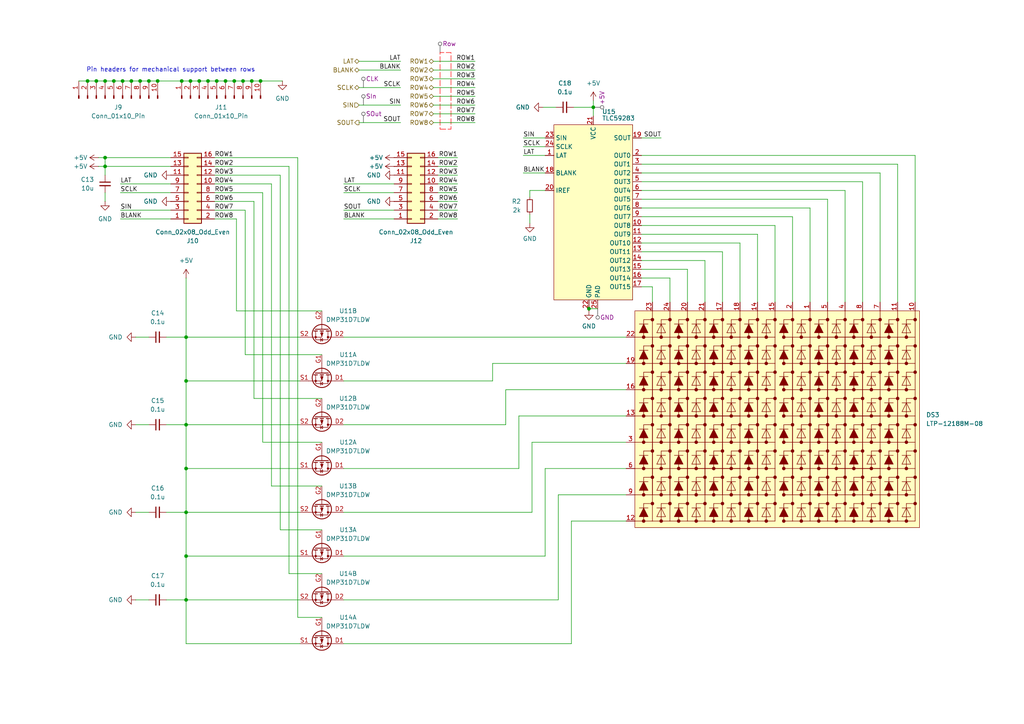
<source format=kicad_sch>
(kicad_sch (version 20250114) (generator "eeschema") (generator_version "9.0")
  (paper "A4")
  (lib_symbols
    (symbol "Connector:Conn_01x10_Pin" (pin_names (offset 1.016) (hide yes))
      (property "Reference" "J" (at 0 12.7 0))
      (property "Value" "Conn_01x10_Pin" (at 0 -15.24 0))
      (symbol "Conn_01x10_Pin_1_1"
        (pin passive line (at 5.08 10.16 180) (length 3.81) (name "Pin_1") (number "1"))
        (pin passive line (at 5.08 7.62 180) (length 3.81) (name "Pin_2") (number "2"))
        (pin passive line (at 5.08 5.08 180) (length 3.81) (name "Pin_3") (number "3"))
        (pin passive line (at 5.08 2.54 180) (length 3.81) (name "Pin_4") (number "4"))
        (pin passive line (at 5.08 0 180) (length 3.81) (name "Pin_5") (number "5"))
        (pin passive line (at 5.08 -2.54 180) (length 3.81) (name "Pin_6") (number "6"))
        (pin passive line (at 5.08 -5.08 180) (length 3.81) (name "Pin_7") (number "7"))
        (pin passive line (at 5.08 -7.62 180) (length 3.81) (name "Pin_8") (number "8"))
        (pin passive line (at 5.08 -10.16 180) (length 3.81) (name "Pin_9") (number "9"))
        (pin passive line (at 5.08 -12.7 180) (length 3.81) (name "Pin_10") (number "10"))
      )
    )
    (symbol "Connector_Generic:Conn_02x08_Odd_Even" (pin_names (offset 1.016) (hide yes))
      (property "Reference" "J" (at 1.27 10.16 0))
      (property "Value" "Conn_02x08_Odd_Even" (at 1.27 -12.7 0))
      (symbol "Conn_02x08_Odd_Even_1_1"
        (pin passive line (at -5.08 7.62 0) (length 3.81) (name "Pin_1") (number "1"))
        (pin passive line (at -5.08 5.08 0) (length 3.81) (name "Pin_3") (number "3"))
        (pin passive line (at -5.08 2.54 0) (length 3.81) (name "Pin_5") (number "5"))
        (pin passive line (at -5.08 0 0) (length 3.81) (name "Pin_7") (number "7"))
        (pin passive line (at -5.08 -2.54 0) (length 3.81) (name "Pin_9") (number "9"))
        (pin passive line (at -5.08 -5.08 0) (length 3.81) (name "Pin_11") (number "11"))
        (pin passive line (at -5.08 -7.62 0) (length 3.81) (name "Pin_13") (number "13"))
        (pin passive line (at -5.08 -10.16 0) (length 3.81) (name "Pin_15") (number "15"))
        (pin passive line (at 7.62 7.62 180) (length 3.81) (name "Pin_2") (number "2"))
        (pin passive line (at 7.62 5.08 180) (length 3.81) (name "Pin_4") (number "4"))
        (pin passive line (at 7.62 2.54 180) (length 3.81) (name "Pin_6") (number "6"))
        (pin passive line (at 7.62 0 180) (length 3.81) (name "Pin_8") (number "8"))
        (pin passive line (at 7.62 -2.54 180) (length 3.81) (name "Pin_10") (number "10"))
        (pin passive line (at 7.62 -5.08 180) (length 3.81) (name "Pin_12") (number "12"))
        (pin passive line (at 7.62 -7.62 180) (length 3.81) (name "Pin_14") (number "14"))
        (pin passive line (at 7.62 -10.16 180) (length 3.81) (name "Pin_16") (number "16"))
      )
    )
    (symbol "Device:C_Small" (pin_numbers (hide yes)) (pin_names (offset 0.254) (hide yes))
      (property "Reference" "C" (at 0.254 1.778 0))
      (property "Value" "C_Small" (at 0.254 -2.032 0))
      (symbol "C_Small_1_1"
        (pin passive line (at 0 2.54 270) (length 2.032) (name "~") (number "1"))
        (pin passive line (at 0 -2.54 90) (length 2.032) (name "~") (number "2"))
      )
    )
    (symbol "Device:R_Small" (pin_numbers (hide yes)) (pin_names (offset 0.254) (hide yes))
      (property "Reference" "R" (at 0 0 90))
      (property "Value" "R_Small" (at 1.778 0 90))
      (symbol "R_Small_1_1"
        (pin passive line (at 0 2.54 270) (length 0.762) (name "~") (number "1"))
        (pin passive line (at 0 -2.54 90) (length 0.762) (name "~") (number "2"))
      )
    )
    (symbol "ledmat8x16:DMP31D7LDW"
      (property "Reference" "U" (at 9.652 2.794 0))
      (property "Value" "DMP31D7LDW" (at 15.24 -3.556 0))
      (symbol "DMP31D7LDW_1_1"
        (pin passive line (at 0 0 0) (length 2.54) (name "") (number "G1"))
        (pin passive line (at 7.62 6.35 270) (length 2.54) (name "") (number "D1"))
        (pin passive line (at 7.62 -6.35 90) (length 2.54) (name "") (number "S1"))
      )
      (symbol "DMP31D7LDW_2_1"
        (pin passive line (at 0 0 0) (length 2.54) (name "") (number "G2"))
        (pin passive line (at 7.62 6.35 270) (length 2.54) (name "") (number "D2"))
        (pin passive line (at 7.62 -6.35 90) (length 2.54) (name "") (number "S2"))
      )
    )
    (symbol "ledmat8x16:LTP-12188M-08" (pin_names (offset 1.016))
      (property "Reference" "DS" (at -51.054 -1.524 0))
      (property "Value" "LTP-12188M-08" (at -51.054 -68.326 0))
      (symbol "LTP-12188M-08_1_1"
        (pin passive line (at -53.34 -10.16 0) (length 2.54) (name "") (number "22"))
        (pin passive line (at -53.34 -17.78 0) (length 2.54) (name "") (number "19"))
        (pin passive line (at -53.34 -25.4 0) (length 2.54) (name "") (number "16"))
        (pin passive line (at -53.34 -33.02 0) (length 2.54) (name "") (number "13"))
        (pin passive line (at -53.34 -40.64 0) (length 2.54) (name "") (number "3"))
        (pin passive line (at -53.34 -48.26 0) (length 2.54) (name "") (number "6"))
        (pin passive line (at -53.34 -55.88 0) (length 2.54) (name "") (number "9"))
        (pin passive line (at -53.34 -63.5 0) (length 2.54) (name "") (number "12"))
        (pin passive line (at -45.72 0 270) (length 2.54) (name "") (number "23"))
        (pin passive line (at -40.64 0 270) (length 2.54) (name "") (number "24"))
        (pin passive line (at -35.56 0 270) (length 2.54) (name "") (number "20"))
        (pin passive line (at -30.48 0 270) (length 2.54) (name "") (number "21"))
        (pin passive line (at -25.4 0 270) (length 2.54) (name "") (number "17"))
        (pin passive line (at -20.32 0 270) (length 2.54) (name "") (number "18"))
        (pin passive line (at -15.24 0 270) (length 2.54) (name "") (number "14"))
        (pin passive line (at -10.16 0 270) (length 2.54) (name "") (number "15"))
        (pin passive line (at -5.08 0 270) (length 2.54) (name "") (number "2"))
        (pin passive line (at 0 0 270) (length 2.54) (name "") (number "1"))
        (pin passive line (at 5.08 0 270) (length 2.54) (name "") (number "5"))
        (pin passive line (at 10.16 0 270) (length 2.54) (name "") (number "4"))
        (pin passive line (at 15.24 0 270) (length 2.54) (name "") (number "8"))
        (pin passive line (at 20.32 0 270) (length 2.54) (name "") (number "7"))
        (pin passive line (at 25.4 0 270) (length 2.54) (name "") (number "11"))
        (pin passive line (at 30.48 0 270) (length 2.54) (name "") (number "10"))
      )
    )
    (symbol "ledmat8x16:TLC59283"
      (property "Reference" "U" (at 2.794 10.414 0))
      (property "Value" "TLC59283" (at 0 0 0))
      (symbol "TLC59283_1_1"
        (pin input line (at 0 5.08 0) (length 2.54) (name "SIN") (number "23"))
        (pin input line (at 0 2.54 0) (length 2.54) (name "SCLK") (number "24"))
        (pin input line (at 0 0 0) (length 2.54) (name "LAT") (number "1"))
        (pin input line (at 0 -5.08 0) (length 2.54) (name "BLANK") (number "18"))
        (pin input line (at 0 -10.16 0) (length 2.54) (name "IREF") (number "20"))
        (pin power_in line (at 12.7 -44.45 90) (length 2.54) (name "GND") (number "22"))
        (pin power_in line (at 13.97 11.43 270) (length 2.54) (name "VCC") (number "21"))
        (pin power_in line (at 15.24 -44.45 90) (length 2.54) (name "PAD") (number "25"))
        (pin input line (at 27.94 5.08 180) (length 2.54) (name "SOUT") (number "19"))
        (pin input line (at 27.94 0 180) (length 2.54) (name "OUT0") (number "2"))
        (pin input line (at 27.94 -2.54 180) (length 2.54) (name "OUT1") (number "3"))
        (pin input line (at 27.94 -5.08 180) (length 2.54) (name "OUT2") (number "4"))
        (pin input line (at 27.94 -7.62 180) (length 2.54) (name "OUT3") (number "5"))
        (pin input line (at 27.94 -10.16 180) (length 2.54) (name "OUT4") (number "6"))
        (pin input line (at 27.94 -12.7 180) (length 2.54) (name "OUT5") (number "7"))
        (pin input line (at 27.94 -15.24 180) (length 2.54) (name "OUT6") (number "8"))
        (pin input line (at 27.94 -17.78 180) (length 2.54) (name "OUT7") (number "9"))
        (pin input line (at 27.94 -20.32 180) (length 2.54) (name "OUT8") (number "10"))
        (pin input line (at 27.94 -22.86 180) (length 2.54) (name "OUT9") (number "11"))
        (pin input line (at 27.94 -25.4 180) (length 2.54) (name "OUT10") (number "12"))
        (pin input line (at 27.94 -27.94 180) (length 2.54) (name "OUT11") (number "13"))
        (pin input line (at 27.94 -30.48 180) (length 2.54) (name "OUT12") (number "14"))
        (pin input line (at 27.94 -33.02 180) (length 2.54) (name "OUT13") (number "15"))
        (pin input line (at 27.94 -35.56 180) (length 2.54) (name "OUT14") (number "16"))
        (pin input line (at 27.94 -38.1 180) (length 2.54) (name "OUT15") (number "17"))
      )
    )
    (symbol "power:+5V" (power) (pin_numbers (hide yes)) (pin_names (offset 0) (hide yes))
      (property "Value" "+5V" (at 0 3.556 0))
      (symbol "+5V_1_1"
        (pin power_in line (at 0 0 90) (length 0) (name "~") (number "1"))
      )
    )
    (symbol "power:GND" (power) (pin_numbers (hide yes)) (pin_names (offset 0) (hide yes))
      (property "Value" "GND" (at 0 -3.81 0))
      (symbol "GND_1_1"
        (pin power_in line (at 0 0 270) (length 0) (name "~") (number "1"))
      )
    )
  )
  (text "Pin headers for mechanical support between rows" (at 49.53 20.32 0) (effects (font (size 1.27 1.27))))
  (junction (at 30.48 23.495))
  (junction (at 70.485 23.495))
  (junction (at 53.975 148.59))
  (junction (at 172.085 31.115))
  (junction (at 170.815 89.535))
  (junction (at 45.72 23.495))
  (junction (at 25.4 23.495))
  (junction (at 62.865 23.495))
  (junction (at 53.975 135.89))
  (junction (at 55.245 23.495))
  (junction (at 53.975 173.99))
  (junction (at 30.48 48.26))
  (junction (at 75.565 23.495))
  (junction (at 53.975 161.29))
  (junction (at 57.785 23.495))
  (junction (at 35.56 23.495))
  (junction (at 52.705 23.495))
  (junction (at 38.1 23.495))
  (junction (at 43.18 23.495))
  (junction (at 53.975 123.19))
  (junction (at 73.025 23.495))
  (junction (at 53.975 110.49))
  (junction (at 65.405 23.495))
  (junction (at 40.64 23.495))
  (junction (at 30.48 45.72))
  (junction (at 60.325 23.495))
  (junction (at 67.945 23.495))
  (junction (at 33.02 23.495))
  (junction (at 53.975 97.79))
  (junction (at 27.94 23.495))
  (wire (pts (xy 137.795 17.78) (xy 125.73 17.78)))
  (wire (pts (xy 81.28 50.8) (xy 81.28 153.67)))
  (wire (pts (xy 137.795 25.4) (xy 125.73 25.4)))
  (wire (pts (xy 73.66 115.57) (xy 93.345 115.57)))
  (wire (pts (xy 146.685 113.03) (xy 181.61 113.03)))
  (wire (pts (xy 55.245 23.495) (xy 57.785 23.495)))
  (wire (pts (xy 250.19 52.705) (xy 186.055 52.705)))
  (wire (pts (xy 48.26 173.99) (xy 53.975 173.99)))
  (wire (pts (xy 30.48 48.26) (xy 49.53 48.26)))
  (wire (pts (xy 153.67 55.245) (xy 153.67 57.15)))
  (wire (pts (xy 30.48 58.42) (xy 30.48 55.88)))
  (wire (pts (xy 76.2 128.27) (xy 93.345 128.27)))
  (wire (pts (xy 151.765 45.085) (xy 158.115 45.085)))
  (wire (pts (xy 53.975 161.29) (xy 53.975 173.99)))
  (wire (pts (xy 86.36 179.07) (xy 93.345 179.07)))
  (wire (pts (xy 132.715 45.72) (xy 127 45.72)))
  (wire (pts (xy 132.715 58.42) (xy 127 58.42)))
  (wire (pts (xy 116.205 30.48) (xy 104.14 30.48)))
  (wire (pts (xy 43.18 23.495) (xy 45.72 23.495)))
  (wire (pts (xy 30.48 23.495) (xy 33.02 23.495)))
  (wire (pts (xy 194.31 80.645) (xy 186.055 80.645)))
  (wire (pts (xy 99.695 148.59) (xy 154.305 148.59)))
  (wire (pts (xy 62.23 50.8) (xy 81.28 50.8)))
  (wire (pts (xy 67.945 23.495) (xy 70.485 23.495)))
  (wire (pts (xy 39.37 148.59) (xy 43.18 148.59)))
  (wire (pts (xy 62.865 23.495) (xy 65.405 23.495)))
  (wire (pts (xy 99.695 123.19) (xy 146.685 123.19)))
  (wire (pts (xy 240.03 87.63) (xy 240.03 57.785)))
  (wire (pts (xy 78.74 53.34) (xy 62.23 53.34)))
  (wire (pts (xy 158.115 161.29) (xy 158.115 135.89)))
  (wire (pts (xy 186.055 45.085) (xy 265.43 45.085)))
  (wire (pts (xy 45.72 23.495) (xy 52.705 23.495)))
  (wire (pts (xy 194.31 87.63) (xy 194.31 80.645)))
  (wire (pts (xy 158.115 50.165) (xy 151.765 50.165)))
  (wire (pts (xy 99.695 97.79) (xy 181.61 97.79)))
  (wire (pts (xy 78.74 53.34) (xy 78.74 140.97)))
  (wire (pts (xy 40.64 23.495) (xy 43.18 23.495)))
  (wire (pts (xy 219.71 67.945) (xy 219.71 87.63)))
  (wire (pts (xy 151.765 40.005) (xy 158.115 40.005)))
  (wire (pts (xy 68.58 63.5) (xy 62.23 63.5)))
  (wire (pts (xy 154.305 128.27) (xy 181.61 128.27)))
  (wire (pts (xy 142.875 110.49) (xy 142.875 105.41)))
  (wire (pts (xy 114.3 60.96) (xy 99.695 60.96)))
  (wire (pts (xy 68.58 63.5) (xy 68.58 90.17)))
  (wire (pts (xy 137.795 33.02) (xy 125.73 33.02)))
  (wire (pts (xy 214.63 87.63) (xy 214.63 70.485)))
  (wire (pts (xy 224.79 87.63) (xy 224.79 65.405)))
  (wire (pts (xy 132.715 63.5) (xy 127 63.5)))
  (wire (pts (xy 172.085 31.115) (xy 172.085 33.655)))
  (wire (pts (xy 186.055 67.945) (xy 219.71 67.945)))
  (wire (pts (xy 53.975 123.19) (xy 53.975 135.89)))
  (wire (pts (xy 214.63 70.485) (xy 186.055 70.485)))
  (wire (pts (xy 132.715 48.26) (xy 127 48.26)))
  (wire (pts (xy 116.205 25.4) (xy 104.14 25.4)))
  (wire (pts (xy 189.23 83.185) (xy 189.23 87.63)))
  (wire (pts (xy 132.715 53.34) (xy 127 53.34)))
  (wire (pts (xy 57.785 23.495) (xy 60.325 23.495)))
  (wire (pts (xy 186.055 62.865) (xy 229.87 62.865)))
  (wire (pts (xy 114.3 53.34) (xy 99.695 53.34)))
  (wire (pts (xy 28.575 48.26) (xy 30.48 48.26)))
  (wire (pts (xy 234.95 60.325) (xy 234.95 87.63)))
  (wire (pts (xy 150.495 120.65) (xy 181.61 120.65)))
  (wire (pts (xy 53.975 80.645) (xy 53.975 97.79)))
  (wire (pts (xy 28.575 45.72) (xy 30.48 45.72)))
  (wire (pts (xy 154.305 148.59) (xy 154.305 128.27)))
  (wire (pts (xy 99.695 186.69) (xy 165.735 186.69)))
  (wire (pts (xy 62.23 55.88) (xy 76.2 55.88)))
  (wire (pts (xy 62.23 60.96) (xy 71.12 60.96)))
  (wire (pts (xy 53.975 173.99) (xy 86.995 173.99)))
  (wire (pts (xy 161.925 173.99) (xy 161.925 143.51)))
  (wire (pts (xy 191.77 40.005) (xy 186.055 40.005)))
  (wire (pts (xy 83.82 166.37) (xy 93.345 166.37)))
  (wire (pts (xy 53.975 97.79) (xy 86.995 97.79)))
  (wire (pts (xy 114.3 55.88) (xy 99.695 55.88)))
  (wire (pts (xy 186.055 78.105) (xy 199.39 78.105)))
  (wire (pts (xy 132.715 50.8) (xy 127 50.8)))
  (wire (pts (xy 150.495 135.89) (xy 150.495 120.65)))
  (wire (pts (xy 250.19 87.63) (xy 250.19 52.705)))
  (wire (pts (xy 53.975 123.19) (xy 86.995 123.19)))
  (wire (pts (xy 204.47 87.63) (xy 204.47 75.565)))
  (wire (pts (xy 245.11 55.245) (xy 245.11 87.63)))
  (wire (pts (xy 53.975 135.89) (xy 53.975 148.59)))
  (wire (pts (xy 204.47 75.565) (xy 186.055 75.565)))
  (wire (pts (xy 153.67 64.77) (xy 153.67 62.23)))
  (wire (pts (xy 53.975 135.89) (xy 86.995 135.89)))
  (wire (pts (xy 260.35 87.63) (xy 260.35 47.625)))
  (wire (pts (xy 27.94 23.495) (xy 30.48 23.495)))
  (wire (pts (xy 68.58 90.17) (xy 93.345 90.17)))
  (wire (pts (xy 99.695 161.29) (xy 158.115 161.29)))
  (wire (pts (xy 53.975 148.59) (xy 86.995 148.59)))
  (wire (pts (xy 137.795 20.32) (xy 125.73 20.32)))
  (wire (pts (xy 49.53 55.88) (xy 34.925 55.88)))
  (wire (pts (xy 76.2 55.88) (xy 76.2 128.27)))
  (wire (pts (xy 83.82 48.26) (xy 83.82 166.37)))
  (wire (pts (xy 186.055 60.325) (xy 234.95 60.325)))
  (wire (pts (xy 170.815 90.17) (xy 170.815 89.535)))
  (wire (pts (xy 146.685 123.19) (xy 146.685 113.03)))
  (wire (pts (xy 265.43 45.085) (xy 265.43 87.63)))
  (wire (pts (xy 132.715 60.96) (xy 127 60.96)))
  (wire (pts (xy 49.53 63.5) (xy 34.925 63.5)))
  (wire (pts (xy 116.205 20.32) (xy 104.14 20.32)))
  (wire (pts (xy 158.115 135.89) (xy 181.61 135.89)))
  (wire (pts (xy 60.325 23.495) (xy 62.865 23.495)))
  (wire (pts (xy 38.1 23.495) (xy 40.64 23.495)))
  (wire (pts (xy 53.975 97.79) (xy 53.975 110.49)))
  (wire (pts (xy 39.37 123.19) (xy 43.18 123.19)))
  (wire (pts (xy 73.66 58.42) (xy 73.66 115.57)))
  (wire (pts (xy 137.795 27.94) (xy 125.73 27.94)))
  (wire (pts (xy 158.115 55.245) (xy 153.67 55.245)))
  (wire (pts (xy 35.56 23.495) (xy 38.1 23.495)))
  (wire (pts (xy 132.715 55.88) (xy 127 55.88)))
  (wire (pts (xy 25.4 23.495) (xy 27.94 23.495)))
  (wire (pts (xy 186.055 73.025) (xy 209.55 73.025)))
  (wire (pts (xy 157.48 31.115) (xy 161.29 31.115)))
  (wire (pts (xy 73.025 23.495) (xy 75.565 23.495)))
  (wire (pts (xy 71.12 102.87) (xy 93.345 102.87)))
  (wire (pts (xy 48.26 123.19) (xy 53.975 123.19)))
  (wire (pts (xy 99.695 110.49) (xy 142.875 110.49)))
  (wire (pts (xy 53.975 173.99) (xy 53.975 186.69)))
  (wire (pts (xy 116.205 17.78) (xy 104.14 17.78)))
  (wire (pts (xy 224.79 65.405) (xy 186.055 65.405)))
  (wire (pts (xy 53.975 110.49) (xy 53.975 123.19)))
  (wire (pts (xy 86.36 45.72) (xy 86.36 179.07)))
  (wire (pts (xy 116.205 35.56) (xy 104.14 35.56)))
  (wire (pts (xy 71.12 60.96) (xy 71.12 102.87)))
  (wire (pts (xy 81.28 153.67) (xy 93.345 153.67)))
  (wire (pts (xy 62.23 45.72) (xy 86.36 45.72)))
  (wire (pts (xy 53.975 161.29) (xy 86.995 161.29)))
  (wire (pts (xy 255.27 50.165) (xy 255.27 87.63)))
  (wire (pts (xy 39.37 97.79) (xy 43.18 97.79)))
  (wire (pts (xy 30.48 45.72) (xy 30.48 48.26)))
  (wire (pts (xy 49.53 53.34) (xy 34.925 53.34)))
  (wire (pts (xy 39.37 173.99) (xy 43.18 173.99)))
  (wire (pts (xy 70.485 23.495) (xy 73.025 23.495)))
  (wire (pts (xy 151.765 42.545) (xy 158.115 42.545)))
  (wire (pts (xy 78.74 140.97) (xy 93.345 140.97)))
  (wire (pts (xy 137.795 35.56) (xy 125.73 35.56)))
  (wire (pts (xy 73.66 58.42) (xy 62.23 58.42)))
  (wire (pts (xy 30.48 50.8) (xy 30.48 48.26)))
  (wire (pts (xy 49.53 60.96) (xy 34.925 60.96)))
  (wire (pts (xy 33.02 23.495) (xy 35.56 23.495)))
  (wire (pts (xy 260.35 47.625) (xy 186.055 47.625)))
  (wire (pts (xy 114.3 63.5) (xy 99.695 63.5)))
  (wire (pts (xy 229.87 62.865) (xy 229.87 87.63)))
  (wire (pts (xy 186.055 50.165) (xy 255.27 50.165)))
  (wire (pts (xy 65.405 23.495) (xy 67.945 23.495)))
  (wire (pts (xy 137.795 30.48) (xy 125.73 30.48)))
  (wire (pts (xy 209.55 73.025) (xy 209.55 87.63)))
  (wire (pts (xy 83.82 48.26) (xy 62.23 48.26)))
  (wire (pts (xy 30.48 45.72) (xy 49.53 45.72)))
  (wire (pts (xy 199.39 78.105) (xy 199.39 87.63)))
  (wire (pts (xy 53.975 148.59) (xy 53.975 161.29)))
  (wire (pts (xy 48.26 97.79) (xy 53.975 97.79)))
  (wire (pts (xy 48.26 148.59) (xy 53.975 148.59)))
  (wire (pts (xy 170.815 89.535) (xy 173.355 89.535)))
  (wire (pts (xy 240.03 57.785) (xy 186.055 57.785)))
  (wire (pts (xy 161.925 143.51) (xy 181.61 143.51)))
  (wire (pts (xy 137.795 22.86) (xy 125.73 22.86)))
  (wire (pts (xy 142.875 105.41) (xy 181.61 105.41)))
  (wire (pts (xy 22.86 23.495) (xy 25.4 23.495)))
  (wire (pts (xy 172.085 29.21) (xy 172.085 31.115)))
  (wire (pts (xy 53.975 110.49) (xy 86.995 110.49)))
  (wire (pts (xy 165.735 186.69) (xy 165.735 151.13)))
  (wire (pts (xy 166.37 31.115) (xy 172.085 31.115)))
  (wire (pts (xy 99.695 173.99) (xy 161.925 173.99)))
  (wire (pts (xy 81.915 23.495) (xy 75.565 23.495)))
  (wire (pts (xy 99.695 135.89) (xy 150.495 135.89)))
  (wire (pts (xy 186.055 83.185) (xy 189.23 83.185)))
  (wire (pts (xy 165.735 151.13) (xy 181.61 151.13)))
  (wire (pts (xy 186.055 55.245) (xy 245.11 55.245)))
  (wire (pts (xy 53.975 186.69) (xy 86.995 186.69)))
  (wire (pts (xy 52.705 23.495) (xy 55.245 23.495)))
  (label "ROW2" (at 137.795 20.32 180))
  (label "ROW6" (at 137.795 30.48 180))
  (label "ROW5" (at 132.715 55.88 180))
  (label "ROW8" (at 137.795 35.56 180))
  (label "ROW4" (at 137.795 25.4 180))
  (label "ROW4" (at 132.715 53.34 180))
  (label "SCLK" (at 34.925 55.88 0))
  (label "ROW2" (at 132.715 48.26 180))
  (label "SCLK" (at 116.205 25.4 180))
  (label "SOUT" (at 116.205 35.56 180))
  (label "LAT" (at 116.205 17.78 180))
  (label "ROW3" (at 132.715 50.8 180))
  (label "SIN" (at 116.205 30.48 180))
  (label "LAT" (at 34.925 53.34 0))
  (label "ROW2" (at 62.23 48.26 0))
  (label "BLANK" (at 151.765 50.165 0))
  (label "SCLK" (at 151.765 42.545 0))
  (label "SOUT" (at 99.695 60.96 0))
  (label "LAT" (at 151.765 45.085 0))
  (label "ROW8" (at 132.715 63.5 180))
  (label "ROW8" (at 62.23 63.5 0))
  (label "ROW1" (at 137.795 17.78 180))
  (label "ROW1" (at 62.23 45.72 0))
  (label "BLANK" (at 34.925 63.5 0))
  (label "ROW5" (at 62.23 55.88 0))
  (label "ROW7" (at 132.715 60.96 180))
  (label "BLANK" (at 116.205 20.32 180))
  (label "ROW7" (at 137.795 33.02 180))
  (label "SCLK" (at 99.695 55.88 0))
  (label "BLANK" (at 99.695 63.5 0))
  (label "LAT" (at 99.695 53.34 0))
  (label "ROW7" (at 62.23 60.96 0))
  (label "ROW6" (at 62.23 58.42 0))
  (label "ROW5" (at 137.795 27.94 180))
  (label "ROW4" (at 62.23 53.34 0))
  (label "ROW3" (at 137.795 22.86 180))
  (label "ROW6" (at 132.715 58.42 180))
  (label "SIN" (at 34.925 60.96 0))
  (label "SIN" (at 151.765 40.005 0))
  (label "SOUT" (at 191.77 40.005 180))
  (label "ROW3" (at 62.23 50.8 0))
  (label "ROW1" (at 132.715 45.72 180))
  (hierarchical_label "SCLK" (shape bidirectional) (at 104.14 25.4 180))
  (hierarchical_label "ROW4" (shape bidirectional) (at 125.73 25.4 180))
  (hierarchical_label "ROW8" (shape bidirectional) (at 125.73 35.56 180))
  (hierarchical_label "BLANK" (shape bidirectional) (at 104.14 20.32 180))
  (hierarchical_label "SOUT" (shape output) (at 104.14 35.56 180))
  (hierarchical_label "ROW2" (shape bidirectional) (at 125.73 20.32 180))
  (hierarchical_label "ROW5" (shape bidirectional) (at 125.73 27.94 180))
  (hierarchical_label "ROW6" (shape bidirectional) (at 125.73 30.48 180))
  (hierarchical_label "ROW1" (shape bidirectional) (at 125.73 17.78 180))
  (hierarchical_label "LAT" (shape bidirectional) (at 104.14 17.78 180))
  (hierarchical_label "SIN" (shape input) (at 104.14 30.48 180))
  (hierarchical_label "ROW3" (shape bidirectional) (at 125.73 22.86 180))
  (hierarchical_label "ROW7" (shape bidirectional) (at 125.73 33.02 180))
  (rule_area (polyline (pts (xy 127.635 37.465) (xy 130.81 37.465) (xy 130.81 15.24) (xy 127.635 15.24)) (stroke (width 0) (type dash))))
  (netclass_flag "" (length 2.54) (shape round) (at 127.635 15.24 0) (property "Netclass" "Row" (at 128.3335 12.7 0) (effects (justify left))))
  (netclass_flag "" (length 2.54) (shape round) (at 105.41 30.48 0) (property "Netclass" "SIn" (at 106.1085 27.94 0) (effects (justify left))))
  (netclass_flag "" (length 2.54) (shape round) (at 105.41 25.4 0) (property "Netclass" "CLK" (at 106.1085 22.86 0) (effects (justify left))))
  (netclass_flag "" (length 2.54) (shape round) (at 105.41 35.56 0) (property "Netclass" "SOut" (at 106.1085 33.02 0) (effects (justify left))))
  (netclass_flag "" (length 2.54) (shape round) (at 173.355 89.535 180) (property "Netclass" "GND" (at 174.0535 92.075 0) (effects (justify left))))
  (netclass_flag "" (length 2.54) (shape round) (at 172.085 31.115 270) (property "Netclass" "+5V" (at 174.625 30.4165 90) (effects (justify left))))
  (symbol (lib_id "power:GND") (at 39.37 123.19 270) (unit 1)
    (property "Reference" "#PWR016" (effects (hide yes)))
    (property "Value" "GND" (at 35.56 123.1899 90) (effects (justify right)))
    (property "Description" "Power symbol creates a global label with name \"GND\" , ground" (effects (hide yes)))
    (instances (project "ledmat8x16tiledriver_blade" (path "" (reference "#PWR047") (unit 1)) (path "" (reference "#PWR0152") (unit 1)) (path "" (reference "#PWR026") (unit 1)) (path "" (reference "#PWR016") (unit 1)) (path "" (reference "#PWR0110") (unit 1)) (path "" (reference "#PWR068") (unit 1)) (path "" (reference "#PWR089") (unit 1)) (path "" (reference "#PWR0131") (unit 1))))
  )
  (symbol (lib_id "Device:R_Small") (at 153.67 59.69 0) (mirror x) (unit 1)
    (property "Reference" "R9" (at 151.13 58.4199 0) (effects (justify right)))
    (property "Value" "2k" (at 151.13 60.9599 0) (effects (justify right)))
    (property "Footprint" "Resistor_SMD:R_0603_1608Metric_Pad0.98x0.95mm_HandSolder" (effects (hide yes)))
    (property "Description" "Resistor, small symbol" (effects (hide yes)))
    (instances (project "ledmat8x16tiledriver_blade" (path "" (reference "R2") (unit 1)) (path "" (reference "R7") (unit 1)) (path "" (reference "R1") (unit 1)) (path "" (reference "R9") (unit 1)) (path "" (reference "R5") (unit 1)) (path "" (reference "R3") (unit 1)) (path "" (reference "R4") (unit 1)) (path "" (reference "R6") (unit 1))))
  )
  (symbol (lib_id "ledmat8x16:LTP-12188M-08") (at 234.95 87.63 0) (unit 1)
    (property "Reference" "DS1" (at 268.605 120.3324 0) (effects (justify left)))
    (property "Value" "LTP-12188M-08" (at 268.605 122.8724 0) (effects (justify left)))
    (property "Footprint" "ledmat8x16:LTP-12188M-08" (effects (hide yes)))
    (instances (project "ledmat8x16tiledriver_blade" (path "" (reference "DS3") (unit 1)) (path "" (reference "DS8") (unit 1)) (path "" (reference "DS2") (unit 1)) (path "" (reference "DS1") (unit 1)) (path "" (reference "DS6") (unit 1)) (path "" (reference "DS4") (unit 1)) (path "" (reference "DS5") (unit 1)) (path "" (reference "DS7") (unit 1))))
  )
  (symbol (lib_id "power:+5V") (at 114.3 45.72 90) (unit 1)
    (property "Reference" "#PWR09" (effects (hide yes)))
    (property "Value" "+5V" (at 111.125 45.7199 90) (effects (justify left)))
    (property "Description" "Power symbol creates a global label with name \"+5V\"" (effects (hide yes)))
    (instances (project "ledmat8x16tiledriver_blade" (path "" (reference "#PWR054") (unit 1)) (path "" (reference "#PWR0159") (unit 1)) (path "" (reference "#PWR033") (unit 1)) (path "" (reference "#PWR09") (unit 1)) (path "" (reference "#PWR0117") (unit 1)) (path "" (reference "#PWR075") (unit 1)) (path "" (reference "#PWR096") (unit 1)) (path "" (reference "#PWR0138") (unit 1))))
  )
  (symbol (lib_id "power:GND") (at 39.37 173.99 270) (unit 1)
    (property "Reference" "#PWR018" (effects (hide yes)))
    (property "Value" "GND" (at 35.56 173.9899 90) (effects (justify right)))
    (property "Description" "Power symbol creates a global label with name \"GND\" , ground" (effects (hide yes)))
    (instances (project "ledmat8x16tiledriver_blade" (path "" (reference "#PWR049") (unit 1)) (path "" (reference "#PWR0154") (unit 1)) (path "" (reference "#PWR028") (unit 1)) (path "" (reference "#PWR018") (unit 1)) (path "" (reference "#PWR0112") (unit 1)) (path "" (reference "#PWR070") (unit 1)) (path "" (reference "#PWR091") (unit 1)) (path "" (reference "#PWR0133") (unit 1))))
  )
  (symbol (lib_id "power:GND") (at 39.37 148.59 270) (unit 1)
    (property "Reference" "#PWR017" (effects (hide yes)))
    (property "Value" "GND" (at 35.56 148.5899 90) (effects (justify right)))
    (property "Description" "Power symbol creates a global label with name \"GND\" , ground" (effects (hide yes)))
    (instances (project "ledmat8x16tiledriver_blade" (path "" (reference "#PWR048") (unit 1)) (path "" (reference "#PWR0153") (unit 1)) (path "" (reference "#PWR027") (unit 1)) (path "" (reference "#PWR017") (unit 1)) (path "" (reference "#PWR0111") (unit 1)) (path "" (reference "#PWR069") (unit 1)) (path "" (reference "#PWR090") (unit 1)) (path "" (reference "#PWR0132") (unit 1))))
  )
  (symbol (lib_id "power:+5V") (at 28.575 48.26 90) (unit 1)
    (property "Reference" "#PWR06" (effects (hide yes)))
    (property "Value" "+5V" (at 25.4 48.2599 90) (effects (justify left)))
    (property "Description" "Power symbol creates a global label with name \"+5V\"" (effects (hide yes)))
    (instances (project "ledmat8x16tiledriver_blade" (path "" (reference "#PWR044") (unit 1)) (path "" (reference "#PWR0149") (unit 1)) (path "" (reference "#PWR023") (unit 1)) (path "" (reference "#PWR06") (unit 1)) (path "" (reference "#PWR0107") (unit 1)) (path "" (reference "#PWR065") (unit 1)) (path "" (reference "#PWR086") (unit 1)) (path "" (reference "#PWR0128") (unit 1))))
  )
  (symbol (lib_id "Connector_Generic:Conn_02x08_Odd_Even") (at 119.38 55.88 0) (mirror x) (unit 1)
    (property "Reference" "J4" (at 120.65 69.85 0))
    (property "Value" "Conn_02x08_Odd_Even" (at 120.65 67.31 0))
    (property "Footprint" "Connector_PinSocket_2.54mm:PinSocket_2x08_P2.54mm_Horizontal" (effects (hide yes)))
    (property "Description" "Generic connector, double row, 02x08, odd/even pin numbering scheme (row 1 odd numbers, row 2 even numbers), script generated (kicad-library-utils/schlib/autogen/connector/)" (effects (hide yes)))
    (instances (project "ledmat8x16tiledriver_blade" (path "" (reference "J12") (unit 1)) (path "" (reference "J32") (unit 1)) (path "" (reference "J8") (unit 1)) (path "" (reference "J4") (unit 1)) (path "" (reference "J24") (unit 1)) (path "" (reference "J16") (unit 1)) (path "" (reference "J20") (unit 1)) (path "" (reference "J28") (unit 1))))
  )
  (symbol (lib_id "power:GND") (at 39.37 97.79 270) (unit 1)
    (property "Reference" "#PWR014" (effects (hide yes)))
    (property "Value" "GND" (at 35.56 97.7899 90) (effects (justify right)))
    (property "Description" "Power symbol creates a global label with name \"GND\" , ground" (effects (hide yes)))
    (instances (project "ledmat8x16tiledriver_blade" (path "" (reference "#PWR046") (unit 1)) (path "" (reference "#PWR0151") (unit 1)) (path "" (reference "#PWR025") (unit 1)) (path "" (reference "#PWR014") (unit 1)) (path "" (reference "#PWR0109") (unit 1)) (path "" (reference "#PWR067") (unit 1)) (path "" (reference "#PWR088") (unit 1)) (path "" (reference "#PWR0130") (unit 1))))
  )
  (symbol (lib_id "Connector:Conn_01x10_Pin") (at 62.865 28.575 90) (unit 1)
    (property "Reference" "J2" (at 64.135 31.115 90))
    (property "Value" "Conn_01x10_Pin" (at 64.135 33.655 90))
    (property "Footprint" "Connector_PinHeader_2.54mm:PinHeader_1x10_P2.54mm_Vertical" (effects (hide yes)))
    (property "Description" "Generic connector, single row, 01x10, script generated" (effects (hide yes)))
    (instances (project "ledmat8x16tiledriver_blade" (path "" (reference "J11") (unit 1)) (path "" (reference "J31") (unit 1)) (path "" (reference "J7") (unit 1)) (path "" (reference "J2") (unit 1)) (path "" (reference "J23") (unit 1)) (path "" (reference "J15") (unit 1)) (path "" (reference "J19") (unit 1)) (path "" (reference "J27") (unit 1))))
  )
  (symbol (lib_id "Connector:Conn_01x10_Pin") (at 33.02 28.575 90) (unit 1)
    (property "Reference" "J1" (at 34.29 31.115 90))
    (property "Value" "Conn_01x10_Pin" (at 34.29 33.655 90))
    (property "Footprint" "Connector_PinHeader_2.54mm:PinHeader_1x10_P2.54mm_Vertical" (effects (hide yes)))
    (property "Description" "Generic connector, single row, 01x10, script generated" (effects (hide yes)))
    (instances (project "ledmat8x16tiledriver_blade" (path "" (reference "J9") (unit 1)) (path "" (reference "J29") (unit 1)) (path "" (reference "J5") (unit 1)) (path "" (reference "J1") (unit 1)) (path "" (reference "J21") (unit 1)) (path "" (reference "J13") (unit 1)) (path "" (reference "J17") (unit 1)) (path "" (reference "J25") (unit 1))))
  )
  (symbol (lib_id "ledmat8x16:DMP31D7LDW") (at 93.345 166.37 270) (unit 2)
    (property "Reference" "U5" (at 100.965 166.37 90))
    (property "Value" "DMP31D7LDW" (at 100.965 168.91 90))
    (property "Footprint" "ledmat8x16:SOT-363_SC-70-6" (effects (hide yes)))
    (property "Datasheet" "${KIPRJMOD}/../../lib/datasheets/DMP31D7LDW.pdf" (effects (hide yes)))
    (property "Description" "Dual P-Channel Enhancement Mode MOSFET" (effects (hide yes)))
    (instances (project "ledmat8x16tiledriver_blade" (path "" (reference "U14") (unit 2)) (path "" (reference "U39") (unit 2)) (path "" (reference "U9") (unit 2)) (path "" (reference "U5") (unit 2)) (path "" (reference "U29") (unit 2)) (path "" (reference "U19") (unit 2)) (path "" (reference "U24") (unit 2)) (path "" (reference "U34") (unit 2))))
  )
  (symbol (lib_id "Device:C_Small") (at 45.72 173.99 90) (unit 1)
    (property "Reference" "C6" (at 45.7263 167.005 90))
    (property "Value" "0.1u" (at 45.7263 169.545 90))
    (property "Footprint" "Capacitor_SMD:C_0603_1608Metric_Pad1.08x0.95mm_HandSolder" (effects (hide yes)))
    (property "Description" "Unpolarized capacitor, small symbol" (effects (hide yes)))
    (instances (project "ledmat8x16tiledriver_blade" (path "" (reference "C17") (unit 1)) (path "" (reference "C47") (unit 1)) (path "" (reference "C11") (unit 1)) (path "" (reference "C6") (unit 1)) (path "" (reference "C35") (unit 1)) (path "" (reference "C23") (unit 1)) (path "" (reference "C29") (unit 1)) (path "" (reference "C41") (unit 1))))
  )
  (symbol (lib_id "Device:C_Small") (at 163.83 31.115 90) (unit 1)
    (property "Reference" "C1" (at 163.8363 24.13 90))
    (property "Value" "0.1u" (at 163.8363 26.67 90))
    (property "Footprint" "Capacitor_SMD:C_0603_1608Metric_Pad1.08x0.95mm_HandSolder" (effects (hide yes)))
    (property "Description" "Unpolarized capacitor, small symbol" (effects (hide yes)))
    (instances (project "ledmat8x16tiledriver_blade" (path "" (reference "C18") (unit 1)) (path "" (reference "C48") (unit 1)) (path "" (reference "C12") (unit 1)) (path "" (reference "C1") (unit 1)) (path "" (reference "C36") (unit 1)) (path "" (reference "C24") (unit 1)) (path "" (reference "C30") (unit 1)) (path "" (reference "C42") (unit 1))))
  )
  (symbol (lib_id "Device:C_Small") (at 45.72 148.59 90) (unit 1)
    (property "Reference" "C5" (at 45.7263 141.605 90))
    (property "Value" "0.1u" (at 45.7263 144.145 90))
    (property "Footprint" "Capacitor_SMD:C_0603_1608Metric_Pad1.08x0.95mm_HandSolder" (effects (hide yes)))
    (property "Description" "Unpolarized capacitor, small symbol" (effects (hide yes)))
    (instances (project "ledmat8x16tiledriver_blade" (path "" (reference "C16") (unit 1)) (path "" (reference "C46") (unit 1)) (path "" (reference "C10") (unit 1)) (path "" (reference "C5") (unit 1)) (path "" (reference "C34") (unit 1)) (path "" (reference "C22") (unit 1)) (path "" (reference "C28") (unit 1)) (path "" (reference "C40") (unit 1))))
  )
  (symbol (lib_id "ledmat8x16:DMP31D7LDW") (at 93.345 153.67 270) (unit 1)
    (property "Reference" "U4" (at 100.965 153.67 90))
    (property "Value" "DMP31D7LDW" (at 100.965 156.21 90))
    (property "Footprint" "ledmat8x16:SOT-363_SC-70-6" (effects (hide yes)))
    (property "Datasheet" "${KIPRJMOD}/../../lib/datasheets/DMP31D7LDW.pdf" (effects (hide yes)))
    (property "Description" "Dual P-Channel Enhancement Mode MOSFET" (effects (hide yes)))
    (instances (project "ledmat8x16tiledriver_blade" (path "" (reference "U13") (unit 1)) (path "" (reference "U38") (unit 1)) (path "" (reference "U8") (unit 1)) (path "" (reference "U4") (unit 1)) (path "" (reference "U28") (unit 1)) (path "" (reference "U18") (unit 1)) (path "" (reference "U23") (unit 1)) (path "" (reference "U33") (unit 1))))
  )
  (symbol (lib_id "ledmat8x16:DMP31D7LDW") (at 93.345 102.87 270) (unit 1)
    (property "Reference" "U2" (at 100.965 102.87 90))
    (property "Value" "DMP31D7LDW" (at 100.965 105.41 90))
    (property "Footprint" "ledmat8x16:SOT-363_SC-70-6" (effects (hide yes)))
    (property "Datasheet" "${KIPRJMOD}/../../lib/datasheets/DMP31D7LDW.pdf" (effects (hide yes)))
    (property "Description" "Dual P-Channel Enhancement Mode MOSFET" (effects (hide yes)))
    (instances (project "ledmat8x16tiledriver_blade" (path "" (reference "U11") (unit 1)) (path "" (reference "U36") (unit 1)) (path "" (reference "U6") (unit 1)) (path "" (reference "U2") (unit 1)) (path "" (reference "U26") (unit 1)) (path "" (reference "U16") (unit 1)) (path "" (reference "U21") (unit 1)) (path "" (reference "U31") (unit 1))))
  )
  (symbol (lib_id "Device:C_Small") (at 45.72 123.19 90) (unit 1)
    (property "Reference" "C4" (at 45.7263 116.205 90))
    (property "Value" "0.1u" (at 45.7263 118.745 90))
    (property "Footprint" "Capacitor_SMD:C_0603_1608Metric_Pad1.08x0.95mm_HandSolder" (effects (hide yes)))
    (property "Description" "Unpolarized capacitor, small symbol" (effects (hide yes)))
    (instances (project "ledmat8x16tiledriver_blade" (path "" (reference "C15") (unit 1)) (path "" (reference "C45") (unit 1)) (path "" (reference "C9") (unit 1)) (path "" (reference "C4") (unit 1)) (path "" (reference "C33") (unit 1)) (path "" (reference "C21") (unit 1)) (path "" (reference "C27") (unit 1)) (path "" (reference "C39") (unit 1))))
  )
  (symbol (lib_id "ledmat8x16:DMP31D7LDW") (at 93.345 90.17 270) (unit 2)
    (property "Reference" "U2" (at 100.965 90.17 90))
    (property "Value" "DMP31D7LDW" (at 100.965 92.71 90))
    (property "Footprint" "ledmat8x16:SOT-363_SC-70-6" (effects (hide yes)))
    (property "Datasheet" "${KIPRJMOD}/../../lib/datasheets/DMP31D7LDW.pdf" (effects (hide yes)))
    (property "Description" "Dual P-Channel Enhancement Mode MOSFET" (effects (hide yes)))
    (instances (project "ledmat8x16tiledriver_blade" (path "" (reference "U11") (unit 2)) (path "" (reference "U36") (unit 2)) (path "" (reference "U6") (unit 2)) (path "" (reference "U2") (unit 2)) (path "" (reference "U26") (unit 2)) (path "" (reference "U16") (unit 2)) (path "" (reference "U21") (unit 2)) (path "" (reference "U31") (unit 2))))
  )
  (symbol (lib_id "power:+5V") (at 172.085 29.21 0) (unit 1)
    (property "Reference" "#PWR03" (effects (hide yes)))
    (property "Value" "+5V" (at 172.085 24.13 0))
    (property "Description" "Power symbol creates a global label with name \"+5V\"" (effects (hide yes)))
    (instances (project "ledmat8x16tiledriver_blade" (path "" (reference "#PWR061") (unit 1)) (path "" (reference "#PWR0166") (unit 1)) (path "" (reference "#PWR040") (unit 1)) (path "" (reference "#PWR03") (unit 1)) (path "" (reference "#PWR0124") (unit 1)) (path "" (reference "#PWR082") (unit 1)) (path "" (reference "#PWR0103") (unit 1)) (path "" (reference "#PWR0145") (unit 1))))
  )
  (symbol (lib_id "power:GND") (at 49.53 58.42 270) (unit 1)
    (property "Reference" "#PWR07" (effects (hide yes)))
    (property "Value" "GND" (at 45.72 58.4199 90) (effects (justify right)))
    (property "Description" "Power symbol creates a global label with name \"GND\" , ground" (effects (hide yes)))
    (instances (project "ledmat8x16tiledriver_blade" (path "" (reference "#PWR051") (unit 1)) (path "" (reference "#PWR0156") (unit 1)) (path "" (reference "#PWR030") (unit 1)) (path "" (reference "#PWR07") (unit 1)) (path "" (reference "#PWR0114") (unit 1)) (path "" (reference "#PWR072") (unit 1)) (path "" (reference "#PWR093") (unit 1)) (path "" (reference "#PWR0135") (unit 1))))
  )
  (symbol (lib_id "power:GND") (at 114.3 50.8 270) (unit 1)
    (property "Reference" "#PWR011" (effects (hide yes)))
    (property "Value" "GND" (at 110.49 50.7999 90) (effects (justify right)))
    (property "Description" "Power symbol creates a global label with name \"GND\" , ground" (effects (hide yes)))
    (instances (project "ledmat8x16tiledriver_blade" (path "" (reference "#PWR056") (unit 1)) (path "" (reference "#PWR0161") (unit 1)) (path "" (reference "#PWR035") (unit 1)) (path "" (reference "#PWR011") (unit 1)) (path "" (reference "#PWR0119") (unit 1)) (path "" (reference "#PWR077") (unit 1)) (path "" (reference "#PWR098") (unit 1)) (path "" (reference "#PWR0140") (unit 1))))
  )
  (symbol (lib_id "ledmat8x16:DMP31D7LDW") (at 93.345 140.97 270) (unit 2)
    (property "Reference" "U4" (at 100.965 140.97 90))
    (property "Value" "DMP31D7LDW" (at 100.965 143.51 90))
    (property "Footprint" "ledmat8x16:SOT-363_SC-70-6" (effects (hide yes)))
    (property "Datasheet" "${KIPRJMOD}/../../lib/datasheets/DMP31D7LDW.pdf" (effects (hide yes)))
    (property "Description" "Dual P-Channel Enhancement Mode MOSFET" (effects (hide yes)))
    (instances (project "ledmat8x16tiledriver_blade" (path "" (reference "U13") (unit 2)) (path "" (reference "U38") (unit 2)) (path "" (reference "U8") (unit 2)) (path "" (reference "U4") (unit 2)) (path "" (reference "U28") (unit 2)) (path "" (reference "U18") (unit 2)) (path "" (reference "U23") (unit 2)) (path "" (reference "U33") (unit 2))))
  )
  (symbol (lib_id "power:GND") (at 49.53 50.8 270) (unit 1)
    (property "Reference" "#PWR08" (effects (hide yes)))
    (property "Value" "GND" (at 45.72 50.7999 90) (effects (justify right)))
    (property "Description" "Power symbol creates a global label with name \"GND\" , ground" (effects (hide yes)))
    (instances (project "ledmat8x16tiledriver_blade" (path "" (reference "#PWR050") (unit 1)) (path "" (reference "#PWR0155") (unit 1)) (path "" (reference "#PWR029") (unit 1)) (path "" (reference "#PWR08") (unit 1)) (path "" (reference "#PWR0113") (unit 1)) (path "" (reference "#PWR071") (unit 1)) (path "" (reference "#PWR092") (unit 1)) (path "" (reference "#PWR0134") (unit 1))))
  )
  (symbol (lib_id "power:GND") (at 153.67 64.77 0) (unit 1)
    (property "Reference" "#PWR02" (effects (hide yes)))
    (property "Value" "GND" (at 153.67 69.215 0))
    (property "Description" "Power symbol creates a global label with name \"GND\" , ground" (effects (hide yes)))
    (instances (project "ledmat8x16tiledriver_blade" (path "" (reference "#PWR058") (unit 1)) (path "" (reference "#PWR0163") (unit 1)) (path "" (reference "#PWR037") (unit 1)) (path "" (reference "#PWR02") (unit 1)) (path "" (reference "#PWR0121") (unit 1)) (path "" (reference "#PWR079") (unit 1)) (path "" (reference "#PWR0100") (unit 1)) (path "" (reference "#PWR0142") (unit 1))))
  )
  (symbol (lib_id "ledmat8x16:TLC59283") (at 158.115 45.085 0) (unit 1)
    (property "Reference" "U1" (at 174.625 32.385 0) (effects (justify left)))
    (property "Value" "TLC59283" (at 174.625 34.29 0) (effects (justify left)))
    (property "Footprint" "Package_DFN_QFN:Texas_RGE0024C_VQFN-24-1EP_4x4mm_P0.5mm_EP2.1x2.1mm" (effects (hide yes)))
    (property "Datasheet" "${KIPRJMOD}/../../lib/datasheets/tlc59283.pdf" (effects (hide yes)))
    (property "Description" "16 channel constant current LED driver with pre-charge FET" (effects (hide yes)))
    (instances (project "ledmat8x16tiledriver_blade" (path "" (reference "U15") (unit 1)) (path "" (reference "U40") (unit 1)) (path "" (reference "U10") (unit 1)) (path "" (reference "U1") (unit 1)) (path "" (reference "U30") (unit 1)) (path "" (reference "U20") (unit 1)) (path "" (reference "U25") (unit 1)) (path "" (reference "U35") (unit 1))))
  )
  (symbol (lib_id "power:GND") (at 114.3 58.42 270) (unit 1)
    (property "Reference" "#PWR012" (effects (hide yes)))
    (property "Value" "GND" (at 110.49 58.4199 90) (effects (justify right)))
    (property "Description" "Power symbol creates a global label with name \"GND\" , ground" (effects (hide yes)))
    (instances (project "ledmat8x16tiledriver_blade" (path "" (reference "#PWR057") (unit 1)) (path "" (reference "#PWR0162") (unit 1)) (path "" (reference "#PWR036") (unit 1)) (path "" (reference "#PWR012") (unit 1)) (path "" (reference "#PWR0120") (unit 1)) (path "" (reference "#PWR078") (unit 1)) (path "" (reference "#PWR099") (unit 1)) (path "" (reference "#PWR0141") (unit 1))))
  )
  (symbol (lib_id "ledmat8x16:DMP31D7LDW") (at 93.345 179.07 270) (unit 1)
    (property "Reference" "U5" (at 100.965 179.07 90))
    (property "Value" "DMP31D7LDW" (at 100.965 181.61 90))
    (property "Footprint" "ledmat8x16:SOT-363_SC-70-6" (effects (hide yes)))
    (property "Datasheet" "${KIPRJMOD}/../../lib/datasheets/DMP31D7LDW.pdf" (effects (hide yes)))
    (property "Description" "Dual P-Channel Enhancement Mode MOSFET" (effects (hide yes)))
    (instances (project "ledmat8x16tiledriver_blade" (path "" (reference "U14") (unit 1)) (path "" (reference "U39") (unit 1)) (path "" (reference "U9") (unit 1)) (path "" (reference "U5") (unit 1)) (path "" (reference "U29") (unit 1)) (path "" (reference "U19") (unit 1)) (path "" (reference "U24") (unit 1)) (path "" (reference "U34") (unit 1))))
  )
  (symbol (lib_id "power:+5V") (at 114.3 48.26 90) (unit 1)
    (property "Reference" "#PWR010" (effects (hide yes)))
    (property "Value" "+5V" (at 111.125 48.2599 90) (effects (justify left)))
    (property "Description" "Power symbol creates a global label with name \"+5V\"" (effects (hide yes)))
    (instances (project "ledmat8x16tiledriver_blade" (path "" (reference "#PWR055") (unit 1)) (path "" (reference "#PWR0160") (unit 1)) (path "" (reference "#PWR034") (unit 1)) (path "" (reference "#PWR010") (unit 1)) (path "" (reference "#PWR0118") (unit 1)) (path "" (reference "#PWR076") (unit 1)) (path "" (reference "#PWR097") (unit 1)) (path "" (reference "#PWR0139") (unit 1))))
  )
  (symbol (lib_id "power:GND") (at 30.48 58.42 0) (unit 1)
    (property "Reference" "#PWR015" (effects (hide yes)))
    (property "Value" "GND" (at 30.48 63.5 0))
    (property "Description" "Power symbol creates a global label with name \"GND\" , ground" (effects (hide yes)))
    (instances (project "ledmat8x16tiledriver_blade" (path "" (reference "#PWR045") (unit 1)) (path "" (reference "#PWR0150") (unit 1)) (path "" (reference "#PWR024") (unit 1)) (path "" (reference "#PWR015") (unit 1)) (path "" (reference "#PWR0108") (unit 1)) (path "" (reference "#PWR066") (unit 1)) (path "" (reference "#PWR087") (unit 1)) (path "" (reference "#PWR0129") (unit 1))))
  )
  (symbol (lib_id "power:+5V") (at 28.575 45.72 90) (unit 1)
    (property "Reference" "#PWR04" (effects (hide yes)))
    (property "Value" "+5V" (at 25.4 45.7199 90) (effects (justify left)))
    (property "Description" "Power symbol creates a global label with name \"+5V\"" (effects (hide yes)))
    (instances (project "ledmat8x16tiledriver_blade" (path "" (reference "#PWR043") (unit 1)) (path "" (reference "#PWR0148") (unit 1)) (path "" (reference "#PWR022") (unit 1)) (path "" (reference "#PWR04") (unit 1)) (path "" (reference "#PWR0106") (unit 1)) (path "" (reference "#PWR064") (unit 1)) (path "" (reference "#PWR085") (unit 1)) (path "" (reference "#PWR0127") (unit 1))))
  )
  (symbol (lib_id "ledmat8x16:DMP31D7LDW") (at 93.345 128.27 270) (unit 1)
    (property "Reference" "U3" (at 100.965 128.27 90))
    (property "Value" "DMP31D7LDW" (at 100.965 130.81 90))
    (property "Footprint" "ledmat8x16:SOT-363_SC-70-6" (effects (hide yes)))
    (property "Datasheet" "${KIPRJMOD}/../../lib/datasheets/DMP31D7LDW.pdf" (effects (hide yes)))
    (property "Description" "Dual P-Channel Enhancement Mode MOSFET" (effects (hide yes)))
    (instances (project "ledmat8x16tiledriver_blade" (path "" (reference "U12") (unit 1)) (path "" (reference "U37") (unit 1)) (path "" (reference "U7") (unit 1)) (path "" (reference "U3") (unit 1)) (path "" (reference "U27") (unit 1)) (path "" (reference "U17") (unit 1)) (path "" (reference "U22") (unit 1)) (path "" (reference "U32") (unit 1))))
  )
  (symbol (lib_id "Connector_Generic:Conn_02x08_Odd_Even") (at 54.61 55.88 0) (mirror x) (unit 1)
    (property "Reference" "J3" (at 55.88 69.85 0))
    (property "Value" "Conn_02x08_Odd_Even" (at 55.88 67.31 0))
    (property "Footprint" "Connector_PinHeader_2.54mm:PinHeader_2x08_P2.54mm_Horizontal" (effects (hide yes)))
    (property "Description" "Generic connector, double row, 02x08, odd/even pin numbering scheme (row 1 odd numbers, row 2 even numbers), script generated (kicad-library-utils/schlib/autogen/connector/)" (effects (hide yes)))
    (instances (project "ledmat8x16tiledriver_blade" (path "" (reference "J10") (unit 1)) (path "" (reference "J30") (unit 1)) (path "" (reference "J6") (unit 1)) (path "" (reference "J3") (unit 1)) (path "" (reference "J22") (unit 1)) (path "" (reference "J14") (unit 1)) (path "" (reference "J18") (unit 1)) (path "" (reference "J26") (unit 1))))
  )
  (symbol (lib_id "power:GND") (at 170.815 90.17 0) (unit 1)
    (property "Reference" "#PWR01" (effects (hide yes)))
    (property "Value" "GND" (at 170.815 94.615 0))
    (property "Description" "Power symbol creates a global label with name \"GND\" , ground" (effects (hide yes)))
    (instances (project "ledmat8x16tiledriver_blade" (path "" (reference "#PWR060") (unit 1)) (path "" (reference "#PWR0165") (unit 1)) (path "" (reference "#PWR039") (unit 1)) (path "" (reference "#PWR01") (unit 1)) (path "" (reference "#PWR0123") (unit 1)) (path "" (reference "#PWR081") (unit 1)) (path "" (reference "#PWR0102") (unit 1)) (path "" (reference "#PWR0144") (unit 1))))
  )
  (symbol (lib_id "ledmat8x16:DMP31D7LDW") (at 93.345 115.57 270) (unit 2)
    (property "Reference" "U3" (at 100.965 115.57 90))
    (property "Value" "DMP31D7LDW" (at 100.965 118.11 90))
    (property "Footprint" "ledmat8x16:SOT-363_SC-70-6" (effects (hide yes)))
    (property "Datasheet" "${KIPRJMOD}/../../lib/datasheets/DMP31D7LDW.pdf" (effects (hide yes)))
    (property "Description" "Dual P-Channel Enhancement Mode MOSFET" (effects (hide yes)))
    (instances (project "ledmat8x16tiledriver_blade" (path "" (reference "U12") (unit 2)) (path "" (reference "U37") (unit 2)) (path "" (reference "U7") (unit 2)) (path "" (reference "U3") (unit 2)) (path "" (reference "U27") (unit 2)) (path "" (reference "U17") (unit 2)) (path "" (reference "U22") (unit 2)) (path "" (reference "U32") (unit 2))))
  )
  (symbol (lib_id "Device:C_Small") (at 45.72 97.79 90) (unit 1)
    (property "Reference" "C2" (at 45.7263 90.805 90))
    (property "Value" "0.1u" (at 45.7263 93.345 90))
    (property "Footprint" "Capacitor_SMD:C_0603_1608Metric_Pad1.08x0.95mm_HandSolder" (effects (hide yes)))
    (property "Description" "Unpolarized capacitor, small symbol" (effects (hide yes)))
    (instances (project "ledmat8x16tiledriver_blade" (path "" (reference "C14") (unit 1)) (path "" (reference "C44") (unit 1)) (path "" (reference "C8") (unit 1)) (path "" (reference "C2") (unit 1)) (path "" (reference "C32") (unit 1)) (path "" (reference "C20") (unit 1)) (path "" (reference "C26") (unit 1)) (path "" (reference "C38") (unit 1))))
  )
  (symbol (lib_id "power:+5V") (at 53.975 80.645 0) (unit 1)
    (property "Reference" "#PWR05" (effects (hide yes)))
    (property "Value" "+5V" (at 53.975 75.565 0))
    (property "Description" "Power symbol creates a global label with name \"+5V\"" (effects (hide yes)))
    (instances (project "ledmat8x16tiledriver_blade" (path "" (reference "#PWR052") (unit 1)) (path "" (reference "#PWR0157") (unit 1)) (path "" (reference "#PWR031") (unit 1)) (path "" (reference "#PWR05") (unit 1)) (path "" (reference "#PWR0115") (unit 1)) (path "" (reference "#PWR073") (unit 1)) (path "" (reference "#PWR094") (unit 1)) (path "" (reference "#PWR0136") (unit 1))))
  )
  (symbol (lib_id "power:GND") (at 157.48 31.115 270) (unit 1)
    (property "Reference" "#PWR013" (effects (hide yes)))
    (property "Value" "GND" (at 153.67 31.1149 90) (effects (justify right)))
    (property "Description" "Power symbol creates a global label with name \"GND\" , ground" (effects (hide yes)))
    (instances (project "ledmat8x16tiledriver_blade" (path "" (reference "#PWR059") (unit 1)) (path "" (reference "#PWR0164") (unit 1)) (path "" (reference "#PWR038") (unit 1)) (path "" (reference "#PWR013") (unit 1)) (path "" (reference "#PWR0122") (unit 1)) (path "" (reference "#PWR080") (unit 1)) (path "" (reference "#PWR0101") (unit 1)) (path "" (reference "#PWR0143") (unit 1))))
  )
  (symbol (lib_id "power:GND") (at 81.915 23.495 0) (unit 1)
    (property "Reference" "#PWR019" (effects (hide yes)))
    (property "Value" "GND" (at 81.915 28.575 0))
    (property "Description" "Power symbol creates a global label with name \"GND\" , ground" (effects (hide yes)))
    (instances (project "ledmat8x16tiledriver_blade" (path "" (reference "#PWR053") (unit 1)) (path "" (reference "#PWR0158") (unit 1)) (path "" (reference "#PWR032") (unit 1)) (path "" (reference "#PWR019") (unit 1)) (path "" (reference "#PWR0116") (unit 1)) (path "" (reference "#PWR074") (unit 1)) (path "" (reference "#PWR095") (unit 1)) (path "" (reference "#PWR0137") (unit 1))))
  )
  (symbol (lib_id "Device:C_Small") (at 30.48 53.34 0) (mirror y) (unit 1)
    (property "Reference" "C3" (at 27.305 52.0762 0) (effects (justify left)))
    (property "Value" "10u" (at 27.305 54.6162 0) (effects (justify left)))
    (property "Footprint" "Capacitor_SMD:C_0805_2012Metric_Pad1.18x1.45mm_HandSolder" (effects (hide yes)))
    (property "Description" "Unpolarized capacitor, small symbol" (effects (hide yes)))
    (instances (project "ledmat8x16tiledriver_blade" (path "" (reference "C13") (unit 1)) (path "" (reference "C43") (unit 1)) (path "" (reference "C7") (unit 1)) (path "" (reference "C3") (unit 1)) (path "" (reference "C31") (unit 1)) (path "" (reference "C19") (unit 1)) (path "" (reference "C25") (unit 1)) (path "" (reference "C37") (unit 1))))
  )
)
</source>
